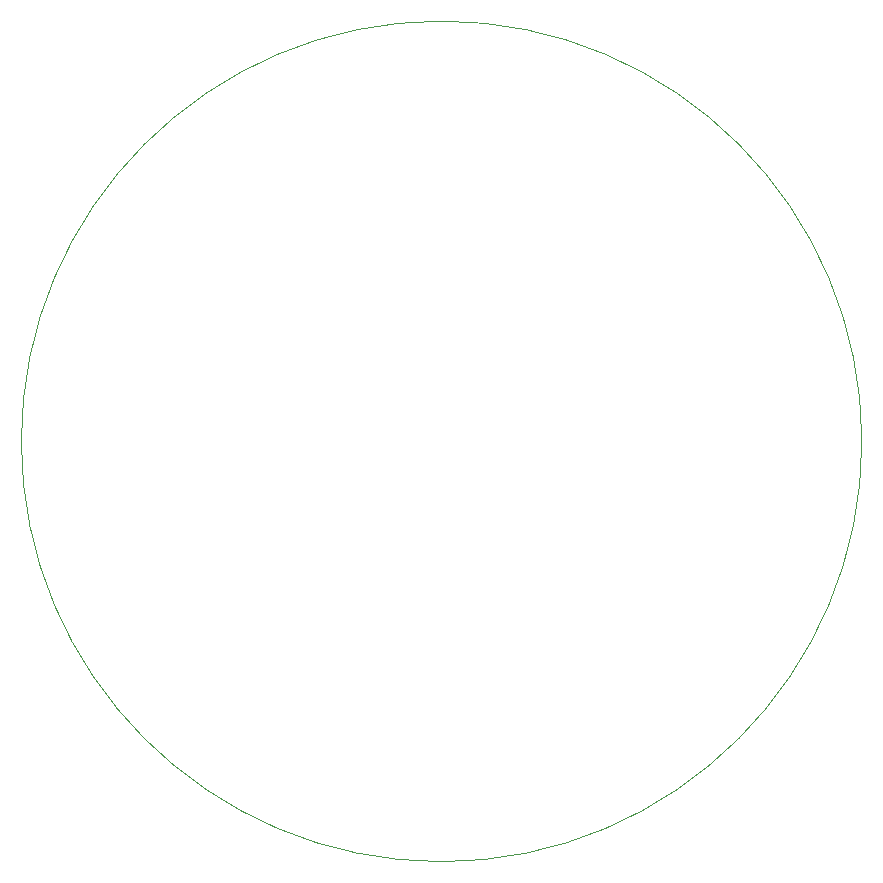
<source format=gbr>
G04 #@! TF.GenerationSoftware,KiCad,Pcbnew,(5.1.4)-1*
G04 #@! TF.CreationDate,2019-09-20T01:01:40-07:00*
G04 #@! TF.ProjectId,macropad,6d616372-6f70-4616-942e-6b696361645f,rev?*
G04 #@! TF.SameCoordinates,Original*
G04 #@! TF.FileFunction,Profile,NP*
%FSLAX46Y46*%
G04 Gerber Fmt 4.6, Leading zero omitted, Abs format (unit mm)*
G04 Created by KiCad (PCBNEW (5.1.4)-1) date 2019-09-20 01:01:40*
%MOMM*%
%LPD*%
G04 APERTURE LIST*
%ADD10C,0.050000*%
G04 APERTURE END LIST*
D10*
X185420000Y-102870000D02*
G75*
G03X185420000Y-102870000I-35582671J0D01*
G01*
M02*

</source>
